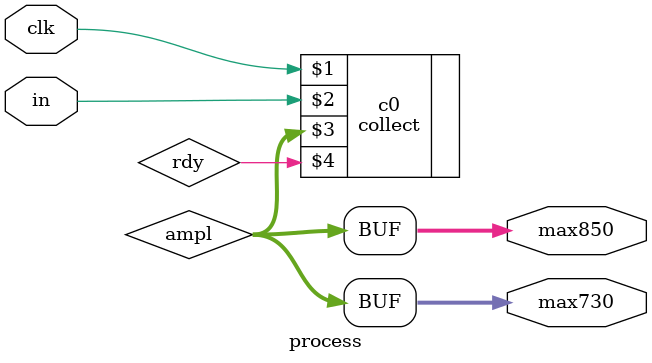
<source format=v>
module process(
	input clk,
	input in,
	output[0:3] max730,
	output[0:3] max850
);

reg[0:7] word;

wire[0:3] ampl;
wire rdy;

collect c0(clk, in, ampl, rdy);

always @(posedge rdy) begin
	word = 8'b0;//clear word
	
	word[3] <= ampl[3];//assign 4 LSBs of the word to our amplitude
	word[2] <= ampl[2];
	word[1] <= ampl[1];
	word[0] <= ampl[0];
	
	//TODO fft, filter, take maximums, send data to uController
end

//temp (to show incomplete diagram in tech map view)
assign max730 = ampl;
assign max850 = max730;
//end temp

endmodule
</source>
